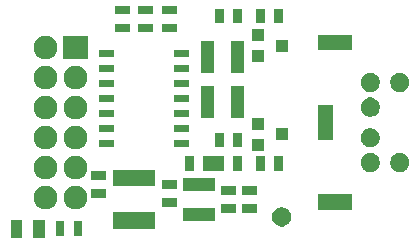
<source format=gbr>
G04 #@! TF.GenerationSoftware,KiCad,Pcbnew,5.0.2*
G04 #@! TF.CreationDate,2020-07-19T07:30:29+02:00*
G04 #@! TF.ProjectId,pmod-ps2,706d6f64-2d70-4733-922e-6b696361645f,1*
G04 #@! TF.SameCoordinates,Original*
G04 #@! TF.FileFunction,Soldermask,Top*
G04 #@! TF.FilePolarity,Negative*
%FSLAX46Y46*%
G04 Gerber Fmt 4.6, Leading zero omitted, Abs format (unit mm)*
G04 Created by KiCad (PCBNEW 5.0.2) date dim. 19 juil. 2020 07:30:29 CEST*
%MOMM*%
%LPD*%
G01*
G04 APERTURE LIST*
%ADD10C,0.100000*%
G04 APERTURE END LIST*
D10*
G36*
X133448000Y-114749500D02*
X132457000Y-114749500D01*
X132457000Y-113250500D01*
X133448000Y-113250500D01*
X133448000Y-114749500D01*
X133448000Y-114749500D01*
G37*
G36*
X131543000Y-114749500D02*
X130552000Y-114749500D01*
X130552000Y-113250500D01*
X131543000Y-113250500D01*
X131543000Y-114749500D01*
X131543000Y-114749500D01*
G37*
G36*
X135106500Y-114622500D02*
X134369500Y-114622500D01*
X134369500Y-113377500D01*
X135106500Y-113377500D01*
X135106500Y-114622500D01*
X135106500Y-114622500D01*
G37*
G36*
X136630500Y-114622500D02*
X135893500Y-114622500D01*
X135893500Y-113377500D01*
X136630500Y-113377500D01*
X136630500Y-114622500D01*
X136630500Y-114622500D01*
G37*
G36*
X142751000Y-114001000D02*
X139249000Y-114001000D01*
X139249000Y-112599000D01*
X142751000Y-112599000D01*
X142751000Y-114001000D01*
X142751000Y-114001000D01*
G37*
G36*
X153737142Y-112218242D02*
X153885102Y-112279530D01*
X153934493Y-112312532D01*
X153992065Y-112351000D01*
X154018258Y-112368502D01*
X154131498Y-112481742D01*
X154220470Y-112614898D01*
X154281758Y-112762858D01*
X154313000Y-112919925D01*
X154313000Y-113080075D01*
X154281758Y-113237142D01*
X154220470Y-113385102D01*
X154131498Y-113518258D01*
X154018258Y-113631498D01*
X153885102Y-113720470D01*
X153737142Y-113781758D01*
X153580075Y-113813000D01*
X153419925Y-113813000D01*
X153262858Y-113781758D01*
X153114898Y-113720470D01*
X152981742Y-113631498D01*
X152868502Y-113518258D01*
X152779530Y-113385102D01*
X152718242Y-113237142D01*
X152687000Y-113080075D01*
X152687000Y-112919925D01*
X152718242Y-112762858D01*
X152779530Y-112614898D01*
X152868502Y-112481742D01*
X152981742Y-112368502D01*
X153007936Y-112351000D01*
X153065507Y-112312532D01*
X153114898Y-112279530D01*
X153262858Y-112218242D01*
X153419925Y-112187000D01*
X153580075Y-112187000D01*
X153737142Y-112218242D01*
X153737142Y-112218242D01*
G37*
G36*
X147854020Y-113321380D02*
X145145980Y-113321380D01*
X145145980Y-112218620D01*
X147854020Y-112218620D01*
X147854020Y-113321380D01*
X147854020Y-113321380D01*
G37*
G36*
X149622500Y-112630500D02*
X148377500Y-112630500D01*
X148377500Y-111893500D01*
X149622500Y-111893500D01*
X149622500Y-112630500D01*
X149622500Y-112630500D01*
G37*
G36*
X151372500Y-112630500D02*
X150127500Y-112630500D01*
X150127500Y-111893500D01*
X151372500Y-111893500D01*
X151372500Y-112630500D01*
X151372500Y-112630500D01*
G37*
G36*
X159451000Y-112401000D02*
X156549000Y-112401000D01*
X156549000Y-111099000D01*
X159451000Y-111099000D01*
X159451000Y-112401000D01*
X159451000Y-112401000D01*
G37*
G36*
X133791981Y-110387468D02*
X133974150Y-110462925D01*
X134138103Y-110572475D01*
X134277525Y-110711897D01*
X134387075Y-110875850D01*
X134462532Y-111058019D01*
X134501000Y-111251410D01*
X134501000Y-111448590D01*
X134462532Y-111641981D01*
X134387075Y-111824150D01*
X134277525Y-111988103D01*
X134138103Y-112127525D01*
X133974150Y-112237075D01*
X133791981Y-112312532D01*
X133598590Y-112351000D01*
X133401410Y-112351000D01*
X133208019Y-112312532D01*
X133025850Y-112237075D01*
X132861897Y-112127525D01*
X132722475Y-111988103D01*
X132612925Y-111824150D01*
X132537468Y-111641981D01*
X132499000Y-111448590D01*
X132499000Y-111251410D01*
X132537468Y-111058019D01*
X132612925Y-110875850D01*
X132722475Y-110711897D01*
X132861897Y-110572475D01*
X133025850Y-110462925D01*
X133208019Y-110387468D01*
X133401410Y-110349000D01*
X133598590Y-110349000D01*
X133791981Y-110387468D01*
X133791981Y-110387468D01*
G37*
G36*
X136331981Y-110387468D02*
X136514150Y-110462925D01*
X136678103Y-110572475D01*
X136817525Y-110711897D01*
X136927075Y-110875850D01*
X137002532Y-111058019D01*
X137041000Y-111251410D01*
X137041000Y-111448590D01*
X137002532Y-111641981D01*
X136927075Y-111824150D01*
X136817525Y-111988103D01*
X136678103Y-112127525D01*
X136514150Y-112237075D01*
X136331981Y-112312532D01*
X136138590Y-112351000D01*
X135941410Y-112351000D01*
X135748019Y-112312532D01*
X135565850Y-112237075D01*
X135401897Y-112127525D01*
X135262475Y-111988103D01*
X135152925Y-111824150D01*
X135077468Y-111641981D01*
X135039000Y-111448590D01*
X135039000Y-111251410D01*
X135077468Y-111058019D01*
X135152925Y-110875850D01*
X135262475Y-110711897D01*
X135401897Y-110572475D01*
X135565850Y-110462925D01*
X135748019Y-110387468D01*
X135941410Y-110349000D01*
X136138590Y-110349000D01*
X136331981Y-110387468D01*
X136331981Y-110387468D01*
G37*
G36*
X144622500Y-112130500D02*
X143377500Y-112130500D01*
X143377500Y-111393500D01*
X144622500Y-111393500D01*
X144622500Y-112130500D01*
X144622500Y-112130500D01*
G37*
G36*
X138622500Y-111380500D02*
X137377500Y-111380500D01*
X137377500Y-110643500D01*
X138622500Y-110643500D01*
X138622500Y-111380500D01*
X138622500Y-111380500D01*
G37*
G36*
X151372500Y-111106500D02*
X150127500Y-111106500D01*
X150127500Y-110369500D01*
X151372500Y-110369500D01*
X151372500Y-111106500D01*
X151372500Y-111106500D01*
G37*
G36*
X149622500Y-111106500D02*
X148377500Y-111106500D01*
X148377500Y-110369500D01*
X149622500Y-110369500D01*
X149622500Y-111106500D01*
X149622500Y-111106500D01*
G37*
G36*
X147854020Y-110781380D02*
X145145980Y-110781380D01*
X145145980Y-109678620D01*
X147854020Y-109678620D01*
X147854020Y-110781380D01*
X147854020Y-110781380D01*
G37*
G36*
X144622500Y-110606500D02*
X143377500Y-110606500D01*
X143377500Y-109869500D01*
X144622500Y-109869500D01*
X144622500Y-110606500D01*
X144622500Y-110606500D01*
G37*
G36*
X142751000Y-110401000D02*
X139249000Y-110401000D01*
X139249000Y-108999000D01*
X142751000Y-108999000D01*
X142751000Y-110401000D01*
X142751000Y-110401000D01*
G37*
G36*
X138622500Y-109856500D02*
X137377500Y-109856500D01*
X137377500Y-109119500D01*
X138622500Y-109119500D01*
X138622500Y-109856500D01*
X138622500Y-109856500D01*
G37*
G36*
X136331981Y-107847468D02*
X136514150Y-107922925D01*
X136678103Y-108032475D01*
X136817525Y-108171897D01*
X136927075Y-108335850D01*
X137002532Y-108518019D01*
X137041000Y-108711410D01*
X137041000Y-108908590D01*
X137002532Y-109101981D01*
X136927075Y-109284150D01*
X136817525Y-109448103D01*
X136678103Y-109587525D01*
X136514150Y-109697075D01*
X136331981Y-109772532D01*
X136138590Y-109811000D01*
X135941410Y-109811000D01*
X135748019Y-109772532D01*
X135565850Y-109697075D01*
X135401897Y-109587525D01*
X135262475Y-109448103D01*
X135152925Y-109284150D01*
X135077468Y-109101981D01*
X135039000Y-108908590D01*
X135039000Y-108711410D01*
X135077468Y-108518019D01*
X135152925Y-108335850D01*
X135262475Y-108171897D01*
X135401897Y-108032475D01*
X135565850Y-107922925D01*
X135748019Y-107847468D01*
X135941410Y-107809000D01*
X136138590Y-107809000D01*
X136331981Y-107847468D01*
X136331981Y-107847468D01*
G37*
G36*
X133791981Y-107847468D02*
X133974150Y-107922925D01*
X134138103Y-108032475D01*
X134277525Y-108171897D01*
X134387075Y-108335850D01*
X134462532Y-108518019D01*
X134501000Y-108711410D01*
X134501000Y-108908590D01*
X134462532Y-109101981D01*
X134387075Y-109284150D01*
X134277525Y-109448103D01*
X134138103Y-109587525D01*
X133974150Y-109697075D01*
X133791981Y-109772532D01*
X133598590Y-109811000D01*
X133401410Y-109811000D01*
X133208019Y-109772532D01*
X133025850Y-109697075D01*
X132861897Y-109587525D01*
X132722475Y-109448103D01*
X132612925Y-109284150D01*
X132537468Y-109101981D01*
X132499000Y-108908590D01*
X132499000Y-108711410D01*
X132537468Y-108518019D01*
X132612925Y-108335850D01*
X132722475Y-108171897D01*
X132861897Y-108032475D01*
X133025850Y-107922925D01*
X133208019Y-107847468D01*
X133401410Y-107809000D01*
X133598590Y-107809000D01*
X133791981Y-107847468D01*
X133791981Y-107847468D01*
G37*
G36*
X161237142Y-107618242D02*
X161385102Y-107679530D01*
X161518258Y-107768502D01*
X161631498Y-107881742D01*
X161720470Y-108014898D01*
X161781758Y-108162858D01*
X161813000Y-108319925D01*
X161813000Y-108480075D01*
X161781758Y-108637142D01*
X161720470Y-108785102D01*
X161631498Y-108918258D01*
X161518258Y-109031498D01*
X161385102Y-109120470D01*
X161385101Y-109120471D01*
X161385100Y-109120471D01*
X161351583Y-109134354D01*
X161237142Y-109181758D01*
X161080075Y-109213000D01*
X160919925Y-109213000D01*
X160762858Y-109181758D01*
X160648417Y-109134354D01*
X160614900Y-109120471D01*
X160614899Y-109120471D01*
X160614898Y-109120470D01*
X160481742Y-109031498D01*
X160368502Y-108918258D01*
X160279530Y-108785102D01*
X160218242Y-108637142D01*
X160187000Y-108480075D01*
X160187000Y-108319925D01*
X160218242Y-108162858D01*
X160279530Y-108014898D01*
X160368502Y-107881742D01*
X160481742Y-107768502D01*
X160614898Y-107679530D01*
X160762858Y-107618242D01*
X160919925Y-107587000D01*
X161080075Y-107587000D01*
X161237142Y-107618242D01*
X161237142Y-107618242D01*
G37*
G36*
X163737142Y-107618242D02*
X163885102Y-107679530D01*
X164018258Y-107768502D01*
X164131498Y-107881742D01*
X164220470Y-108014898D01*
X164281758Y-108162858D01*
X164313000Y-108319925D01*
X164313000Y-108480075D01*
X164281758Y-108637142D01*
X164220470Y-108785102D01*
X164131498Y-108918258D01*
X164018258Y-109031498D01*
X163885102Y-109120470D01*
X163885101Y-109120471D01*
X163885100Y-109120471D01*
X163851583Y-109134354D01*
X163737142Y-109181758D01*
X163580075Y-109213000D01*
X163419925Y-109213000D01*
X163262858Y-109181758D01*
X163148417Y-109134354D01*
X163114900Y-109120471D01*
X163114899Y-109120471D01*
X163114898Y-109120470D01*
X162981742Y-109031498D01*
X162868502Y-108918258D01*
X162779530Y-108785102D01*
X162718242Y-108637142D01*
X162687000Y-108480075D01*
X162687000Y-108319925D01*
X162718242Y-108162858D01*
X162779530Y-108014898D01*
X162868502Y-107881742D01*
X162981742Y-107768502D01*
X163114898Y-107679530D01*
X163262858Y-107618242D01*
X163419925Y-107587000D01*
X163580075Y-107587000D01*
X163737142Y-107618242D01*
X163737142Y-107618242D01*
G37*
G36*
X148606500Y-109122500D02*
X146883500Y-109122500D01*
X146883500Y-107877500D01*
X148606500Y-107877500D01*
X148606500Y-109122500D01*
X148606500Y-109122500D01*
G37*
G36*
X153630500Y-109122500D02*
X152893500Y-109122500D01*
X152893500Y-107877500D01*
X153630500Y-107877500D01*
X153630500Y-109122500D01*
X153630500Y-109122500D01*
G37*
G36*
X152106500Y-109122500D02*
X151369500Y-109122500D01*
X151369500Y-107877500D01*
X152106500Y-107877500D01*
X152106500Y-109122500D01*
X152106500Y-109122500D01*
G37*
G36*
X150130500Y-109122500D02*
X149393500Y-109122500D01*
X149393500Y-107877500D01*
X150130500Y-107877500D01*
X150130500Y-109122500D01*
X150130500Y-109122500D01*
G37*
G36*
X146096500Y-109122500D02*
X145359500Y-109122500D01*
X145359500Y-107877500D01*
X146096500Y-107877500D01*
X146096500Y-109122500D01*
X146096500Y-109122500D01*
G37*
G36*
X151992200Y-107397200D02*
X150975800Y-107397200D01*
X150975800Y-106380800D01*
X151992200Y-106380800D01*
X151992200Y-107397200D01*
X151992200Y-107397200D01*
G37*
G36*
X133791981Y-105307468D02*
X133974150Y-105382925D01*
X134138103Y-105492475D01*
X134277525Y-105631897D01*
X134387075Y-105795850D01*
X134462532Y-105978019D01*
X134501000Y-106171410D01*
X134501000Y-106368590D01*
X134462532Y-106561981D01*
X134387075Y-106744150D01*
X134277525Y-106908103D01*
X134138103Y-107047525D01*
X133974150Y-107157075D01*
X133791981Y-107232532D01*
X133598590Y-107271000D01*
X133401410Y-107271000D01*
X133208019Y-107232532D01*
X133025850Y-107157075D01*
X132861897Y-107047525D01*
X132722475Y-106908103D01*
X132612925Y-106744150D01*
X132537468Y-106561981D01*
X132499000Y-106368590D01*
X132499000Y-106171410D01*
X132537468Y-105978019D01*
X132612925Y-105795850D01*
X132722475Y-105631897D01*
X132861897Y-105492475D01*
X133025850Y-105382925D01*
X133208019Y-105307468D01*
X133401410Y-105269000D01*
X133598590Y-105269000D01*
X133791981Y-105307468D01*
X133791981Y-105307468D01*
G37*
G36*
X136331981Y-105307468D02*
X136514150Y-105382925D01*
X136678103Y-105492475D01*
X136817525Y-105631897D01*
X136927075Y-105795850D01*
X137002532Y-105978019D01*
X137041000Y-106171410D01*
X137041000Y-106368590D01*
X137002532Y-106561981D01*
X136927075Y-106744150D01*
X136817525Y-106908103D01*
X136678103Y-107047525D01*
X136514150Y-107157075D01*
X136331981Y-107232532D01*
X136138590Y-107271000D01*
X135941410Y-107271000D01*
X135748019Y-107232532D01*
X135565850Y-107157075D01*
X135401897Y-107047525D01*
X135262475Y-106908103D01*
X135152925Y-106744150D01*
X135077468Y-106561981D01*
X135039000Y-106368590D01*
X135039000Y-106171410D01*
X135077468Y-105978019D01*
X135152925Y-105795850D01*
X135262475Y-105631897D01*
X135401897Y-105492475D01*
X135565850Y-105382925D01*
X135748019Y-105307468D01*
X135941410Y-105269000D01*
X136138590Y-105269000D01*
X136331981Y-105307468D01*
X136331981Y-105307468D01*
G37*
G36*
X148606500Y-107122500D02*
X147869500Y-107122500D01*
X147869500Y-105877500D01*
X148606500Y-105877500D01*
X148606500Y-107122500D01*
X148606500Y-107122500D01*
G37*
G36*
X150130500Y-107122500D02*
X149393500Y-107122500D01*
X149393500Y-105877500D01*
X150130500Y-105877500D01*
X150130500Y-107122500D01*
X150130500Y-107122500D01*
G37*
G36*
X139320500Y-107115000D02*
X138075500Y-107115000D01*
X138075500Y-106505000D01*
X139320500Y-106505000D01*
X139320500Y-107115000D01*
X139320500Y-107115000D01*
G37*
G36*
X145670500Y-107115000D02*
X144425500Y-107115000D01*
X144425500Y-106505000D01*
X145670500Y-106505000D01*
X145670500Y-107115000D01*
X145670500Y-107115000D01*
G37*
G36*
X161237142Y-105518242D02*
X161385102Y-105579530D01*
X161518258Y-105668502D01*
X161631498Y-105781742D01*
X161720470Y-105914898D01*
X161781758Y-106062858D01*
X161813000Y-106219925D01*
X161813000Y-106380075D01*
X161781758Y-106537142D01*
X161720470Y-106685102D01*
X161631498Y-106818258D01*
X161518258Y-106931498D01*
X161385102Y-107020470D01*
X161237142Y-107081758D01*
X161080075Y-107113000D01*
X160919925Y-107113000D01*
X160762858Y-107081758D01*
X160614898Y-107020470D01*
X160481742Y-106931498D01*
X160368502Y-106818258D01*
X160279530Y-106685102D01*
X160218242Y-106537142D01*
X160187000Y-106380075D01*
X160187000Y-106219925D01*
X160218242Y-106062858D01*
X160279530Y-105914898D01*
X160368502Y-105781742D01*
X160481742Y-105668502D01*
X160614898Y-105579530D01*
X160762858Y-105518242D01*
X160919925Y-105487000D01*
X161080075Y-105487000D01*
X161237142Y-105518242D01*
X161237142Y-105518242D01*
G37*
G36*
X154024200Y-106508200D02*
X153007800Y-106508200D01*
X153007800Y-105491800D01*
X154024200Y-105491800D01*
X154024200Y-106508200D01*
X154024200Y-106508200D01*
G37*
G36*
X157851000Y-106451000D02*
X156549000Y-106451000D01*
X156549000Y-103549000D01*
X157851000Y-103549000D01*
X157851000Y-106451000D01*
X157851000Y-106451000D01*
G37*
G36*
X139320500Y-105845000D02*
X138075500Y-105845000D01*
X138075500Y-105235000D01*
X139320500Y-105235000D01*
X139320500Y-105845000D01*
X139320500Y-105845000D01*
G37*
G36*
X145670500Y-105845000D02*
X144425500Y-105845000D01*
X144425500Y-105235000D01*
X145670500Y-105235000D01*
X145670500Y-105845000D01*
X145670500Y-105845000D01*
G37*
G36*
X151992200Y-105619200D02*
X150975800Y-105619200D01*
X150975800Y-104602800D01*
X151992200Y-104602800D01*
X151992200Y-105619200D01*
X151992200Y-105619200D01*
G37*
G36*
X133791981Y-102767468D02*
X133974150Y-102842925D01*
X134138103Y-102952475D01*
X134277525Y-103091897D01*
X134387075Y-103255850D01*
X134462532Y-103438019D01*
X134501000Y-103631410D01*
X134501000Y-103828590D01*
X134462532Y-104021981D01*
X134387075Y-104204150D01*
X134277525Y-104368103D01*
X134138103Y-104507525D01*
X133974150Y-104617075D01*
X133791981Y-104692532D01*
X133598590Y-104731000D01*
X133401410Y-104731000D01*
X133208019Y-104692532D01*
X133025850Y-104617075D01*
X132861897Y-104507525D01*
X132722475Y-104368103D01*
X132612925Y-104204150D01*
X132537468Y-104021981D01*
X132499000Y-103828590D01*
X132499000Y-103631410D01*
X132537468Y-103438019D01*
X132612925Y-103255850D01*
X132722475Y-103091897D01*
X132861897Y-102952475D01*
X133025850Y-102842925D01*
X133208019Y-102767468D01*
X133401410Y-102729000D01*
X133598590Y-102729000D01*
X133791981Y-102767468D01*
X133791981Y-102767468D01*
G37*
G36*
X136331981Y-102767468D02*
X136514150Y-102842925D01*
X136678103Y-102952475D01*
X136817525Y-103091897D01*
X136927075Y-103255850D01*
X137002532Y-103438019D01*
X137041000Y-103631410D01*
X137041000Y-103828590D01*
X137002532Y-104021981D01*
X136927075Y-104204150D01*
X136817525Y-104368103D01*
X136678103Y-104507525D01*
X136514150Y-104617075D01*
X136331981Y-104692532D01*
X136138590Y-104731000D01*
X135941410Y-104731000D01*
X135748019Y-104692532D01*
X135565850Y-104617075D01*
X135401897Y-104507525D01*
X135262475Y-104368103D01*
X135152925Y-104204150D01*
X135077468Y-104021981D01*
X135039000Y-103828590D01*
X135039000Y-103631410D01*
X135077468Y-103438019D01*
X135152925Y-103255850D01*
X135262475Y-103091897D01*
X135401897Y-102952475D01*
X135565850Y-102842925D01*
X135748019Y-102767468D01*
X135941410Y-102729000D01*
X136138590Y-102729000D01*
X136331981Y-102767468D01*
X136331981Y-102767468D01*
G37*
G36*
X150321380Y-104604020D02*
X149218620Y-104604020D01*
X149218620Y-101895980D01*
X150321380Y-101895980D01*
X150321380Y-104604020D01*
X150321380Y-104604020D01*
G37*
G36*
X147781380Y-104604020D02*
X146678620Y-104604020D01*
X146678620Y-101895980D01*
X147781380Y-101895980D01*
X147781380Y-104604020D01*
X147781380Y-104604020D01*
G37*
G36*
X145670500Y-104575000D02*
X144425500Y-104575000D01*
X144425500Y-103965000D01*
X145670500Y-103965000D01*
X145670500Y-104575000D01*
X145670500Y-104575000D01*
G37*
G36*
X139320500Y-104575000D02*
X138075500Y-104575000D01*
X138075500Y-103965000D01*
X139320500Y-103965000D01*
X139320500Y-104575000D01*
X139320500Y-104575000D01*
G37*
G36*
X161237142Y-102918242D02*
X161385102Y-102979530D01*
X161518258Y-103068502D01*
X161631498Y-103181742D01*
X161720470Y-103314898D01*
X161781758Y-103462858D01*
X161813000Y-103619925D01*
X161813000Y-103780075D01*
X161781758Y-103937142D01*
X161720470Y-104085102D01*
X161631498Y-104218258D01*
X161518258Y-104331498D01*
X161385102Y-104420470D01*
X161237142Y-104481758D01*
X161080075Y-104513000D01*
X160919925Y-104513000D01*
X160762858Y-104481758D01*
X160614898Y-104420470D01*
X160481742Y-104331498D01*
X160368502Y-104218258D01*
X160279530Y-104085102D01*
X160218242Y-103937142D01*
X160187000Y-103780075D01*
X160187000Y-103619925D01*
X160218242Y-103462858D01*
X160279530Y-103314898D01*
X160368502Y-103181742D01*
X160481742Y-103068502D01*
X160614898Y-102979530D01*
X160762858Y-102918242D01*
X160919925Y-102887000D01*
X161080075Y-102887000D01*
X161237142Y-102918242D01*
X161237142Y-102918242D01*
G37*
G36*
X139320500Y-103305000D02*
X138075500Y-103305000D01*
X138075500Y-102695000D01*
X139320500Y-102695000D01*
X139320500Y-103305000D01*
X139320500Y-103305000D01*
G37*
G36*
X145670500Y-103305000D02*
X144425500Y-103305000D01*
X144425500Y-102695000D01*
X145670500Y-102695000D01*
X145670500Y-103305000D01*
X145670500Y-103305000D01*
G37*
G36*
X161237142Y-100818242D02*
X161385102Y-100879530D01*
X161518258Y-100968502D01*
X161631498Y-101081742D01*
X161720470Y-101214898D01*
X161781758Y-101362858D01*
X161813000Y-101519925D01*
X161813000Y-101680075D01*
X161781758Y-101837142D01*
X161720470Y-101985102D01*
X161631498Y-102118258D01*
X161518258Y-102231498D01*
X161385102Y-102320470D01*
X161237142Y-102381758D01*
X161080075Y-102413000D01*
X160919925Y-102413000D01*
X160762858Y-102381758D01*
X160614898Y-102320470D01*
X160481742Y-102231498D01*
X160368502Y-102118258D01*
X160279530Y-101985102D01*
X160218242Y-101837142D01*
X160187000Y-101680075D01*
X160187000Y-101519925D01*
X160218242Y-101362858D01*
X160279530Y-101214898D01*
X160368502Y-101081742D01*
X160481742Y-100968502D01*
X160614898Y-100879530D01*
X160762858Y-100818242D01*
X160919925Y-100787000D01*
X161080075Y-100787000D01*
X161237142Y-100818242D01*
X161237142Y-100818242D01*
G37*
G36*
X163737142Y-100818242D02*
X163885102Y-100879530D01*
X164018258Y-100968502D01*
X164131498Y-101081742D01*
X164220470Y-101214898D01*
X164281758Y-101362858D01*
X164313000Y-101519925D01*
X164313000Y-101680075D01*
X164281758Y-101837142D01*
X164220470Y-101985102D01*
X164131498Y-102118258D01*
X164018258Y-102231498D01*
X163885102Y-102320470D01*
X163737142Y-102381758D01*
X163580075Y-102413000D01*
X163419925Y-102413000D01*
X163262858Y-102381758D01*
X163114898Y-102320470D01*
X162981742Y-102231498D01*
X162868502Y-102118258D01*
X162779530Y-101985102D01*
X162718242Y-101837142D01*
X162687000Y-101680075D01*
X162687000Y-101519925D01*
X162718242Y-101362858D01*
X162779530Y-101214898D01*
X162868502Y-101081742D01*
X162981742Y-100968502D01*
X163114898Y-100879530D01*
X163262858Y-100818242D01*
X163419925Y-100787000D01*
X163580075Y-100787000D01*
X163737142Y-100818242D01*
X163737142Y-100818242D01*
G37*
G36*
X136331981Y-100227468D02*
X136514150Y-100302925D01*
X136678103Y-100412475D01*
X136817525Y-100551897D01*
X136927075Y-100715850D01*
X137002532Y-100898019D01*
X137041000Y-101091410D01*
X137041000Y-101288590D01*
X137002532Y-101481981D01*
X136927075Y-101664150D01*
X136817525Y-101828103D01*
X136678103Y-101967525D01*
X136514150Y-102077075D01*
X136331981Y-102152532D01*
X136138590Y-102191000D01*
X135941410Y-102191000D01*
X135748019Y-102152532D01*
X135565850Y-102077075D01*
X135401897Y-101967525D01*
X135262475Y-101828103D01*
X135152925Y-101664150D01*
X135077468Y-101481981D01*
X135039000Y-101288590D01*
X135039000Y-101091410D01*
X135077468Y-100898019D01*
X135152925Y-100715850D01*
X135262475Y-100551897D01*
X135401897Y-100412475D01*
X135565850Y-100302925D01*
X135748019Y-100227468D01*
X135941410Y-100189000D01*
X136138590Y-100189000D01*
X136331981Y-100227468D01*
X136331981Y-100227468D01*
G37*
G36*
X133791981Y-100227468D02*
X133974150Y-100302925D01*
X134138103Y-100412475D01*
X134277525Y-100551897D01*
X134387075Y-100715850D01*
X134462532Y-100898019D01*
X134501000Y-101091410D01*
X134501000Y-101288590D01*
X134462532Y-101481981D01*
X134387075Y-101664150D01*
X134277525Y-101828103D01*
X134138103Y-101967525D01*
X133974150Y-102077075D01*
X133791981Y-102152532D01*
X133598590Y-102191000D01*
X133401410Y-102191000D01*
X133208019Y-102152532D01*
X133025850Y-102077075D01*
X132861897Y-101967525D01*
X132722475Y-101828103D01*
X132612925Y-101664150D01*
X132537468Y-101481981D01*
X132499000Y-101288590D01*
X132499000Y-101091410D01*
X132537468Y-100898019D01*
X132612925Y-100715850D01*
X132722475Y-100551897D01*
X132861897Y-100412475D01*
X133025850Y-100302925D01*
X133208019Y-100227468D01*
X133401410Y-100189000D01*
X133598590Y-100189000D01*
X133791981Y-100227468D01*
X133791981Y-100227468D01*
G37*
G36*
X139320500Y-102035000D02*
X138075500Y-102035000D01*
X138075500Y-101425000D01*
X139320500Y-101425000D01*
X139320500Y-102035000D01*
X139320500Y-102035000D01*
G37*
G36*
X145670500Y-102035000D02*
X144425500Y-102035000D01*
X144425500Y-101425000D01*
X145670500Y-101425000D01*
X145670500Y-102035000D01*
X145670500Y-102035000D01*
G37*
G36*
X150321380Y-100854020D02*
X149218620Y-100854020D01*
X149218620Y-98145980D01*
X150321380Y-98145980D01*
X150321380Y-100854020D01*
X150321380Y-100854020D01*
G37*
G36*
X147781380Y-100854020D02*
X146678620Y-100854020D01*
X146678620Y-98145980D01*
X147781380Y-98145980D01*
X147781380Y-100854020D01*
X147781380Y-100854020D01*
G37*
G36*
X145670500Y-100765000D02*
X144425500Y-100765000D01*
X144425500Y-100155000D01*
X145670500Y-100155000D01*
X145670500Y-100765000D01*
X145670500Y-100765000D01*
G37*
G36*
X139320500Y-100765000D02*
X138075500Y-100765000D01*
X138075500Y-100155000D01*
X139320500Y-100155000D01*
X139320500Y-100765000D01*
X139320500Y-100765000D01*
G37*
G36*
X151992200Y-99897200D02*
X150975800Y-99897200D01*
X150975800Y-98880800D01*
X151992200Y-98880800D01*
X151992200Y-99897200D01*
X151992200Y-99897200D01*
G37*
G36*
X133791981Y-97687468D02*
X133974150Y-97762925D01*
X134138103Y-97872475D01*
X134277525Y-98011897D01*
X134387075Y-98175850D01*
X134462532Y-98358019D01*
X134501000Y-98551410D01*
X134501000Y-98748590D01*
X134462532Y-98941981D01*
X134387075Y-99124150D01*
X134277525Y-99288103D01*
X134138103Y-99427525D01*
X133974150Y-99537075D01*
X133791981Y-99612532D01*
X133598590Y-99651000D01*
X133401410Y-99651000D01*
X133208019Y-99612532D01*
X133025850Y-99537075D01*
X132861897Y-99427525D01*
X132722475Y-99288103D01*
X132612925Y-99124150D01*
X132537468Y-98941981D01*
X132499000Y-98748590D01*
X132499000Y-98551410D01*
X132537468Y-98358019D01*
X132612925Y-98175850D01*
X132722475Y-98011897D01*
X132861897Y-97872475D01*
X133025850Y-97762925D01*
X133208019Y-97687468D01*
X133401410Y-97649000D01*
X133598590Y-97649000D01*
X133791981Y-97687468D01*
X133791981Y-97687468D01*
G37*
G36*
X137091000Y-99651000D02*
X134989000Y-99651000D01*
X134989000Y-97649000D01*
X137091000Y-97649000D01*
X137091000Y-99651000D01*
X137091000Y-99651000D01*
G37*
G36*
X139320500Y-99495000D02*
X138075500Y-99495000D01*
X138075500Y-98885000D01*
X139320500Y-98885000D01*
X139320500Y-99495000D01*
X139320500Y-99495000D01*
G37*
G36*
X145670500Y-99495000D02*
X144425500Y-99495000D01*
X144425500Y-98885000D01*
X145670500Y-98885000D01*
X145670500Y-99495000D01*
X145670500Y-99495000D01*
G37*
G36*
X154024200Y-99008200D02*
X153007800Y-99008200D01*
X153007800Y-97991800D01*
X154024200Y-97991800D01*
X154024200Y-99008200D01*
X154024200Y-99008200D01*
G37*
G36*
X159451000Y-98901000D02*
X156549000Y-98901000D01*
X156549000Y-97599000D01*
X159451000Y-97599000D01*
X159451000Y-98901000D01*
X159451000Y-98901000D01*
G37*
G36*
X151992200Y-98119200D02*
X150975800Y-98119200D01*
X150975800Y-97102800D01*
X151992200Y-97102800D01*
X151992200Y-98119200D01*
X151992200Y-98119200D01*
G37*
G36*
X144622500Y-97380500D02*
X143377500Y-97380500D01*
X143377500Y-96643500D01*
X144622500Y-96643500D01*
X144622500Y-97380500D01*
X144622500Y-97380500D01*
G37*
G36*
X142622500Y-97380500D02*
X141377500Y-97380500D01*
X141377500Y-96643500D01*
X142622500Y-96643500D01*
X142622500Y-97380500D01*
X142622500Y-97380500D01*
G37*
G36*
X140622500Y-97380500D02*
X139377500Y-97380500D01*
X139377500Y-96643500D01*
X140622500Y-96643500D01*
X140622500Y-97380500D01*
X140622500Y-97380500D01*
G37*
G36*
X150130500Y-96622500D02*
X149393500Y-96622500D01*
X149393500Y-95377500D01*
X150130500Y-95377500D01*
X150130500Y-96622500D01*
X150130500Y-96622500D01*
G37*
G36*
X153630500Y-96622500D02*
X152893500Y-96622500D01*
X152893500Y-95377500D01*
X153630500Y-95377500D01*
X153630500Y-96622500D01*
X153630500Y-96622500D01*
G37*
G36*
X152106500Y-96622500D02*
X151369500Y-96622500D01*
X151369500Y-95377500D01*
X152106500Y-95377500D01*
X152106500Y-96622500D01*
X152106500Y-96622500D01*
G37*
G36*
X148606500Y-96622500D02*
X147869500Y-96622500D01*
X147869500Y-95377500D01*
X148606500Y-95377500D01*
X148606500Y-96622500D01*
X148606500Y-96622500D01*
G37*
G36*
X144622500Y-95856500D02*
X143377500Y-95856500D01*
X143377500Y-95119500D01*
X144622500Y-95119500D01*
X144622500Y-95856500D01*
X144622500Y-95856500D01*
G37*
G36*
X142622500Y-95856500D02*
X141377500Y-95856500D01*
X141377500Y-95119500D01*
X142622500Y-95119500D01*
X142622500Y-95856500D01*
X142622500Y-95856500D01*
G37*
G36*
X140622500Y-95856500D02*
X139377500Y-95856500D01*
X139377500Y-95119500D01*
X140622500Y-95119500D01*
X140622500Y-95856500D01*
X140622500Y-95856500D01*
G37*
M02*

</source>
